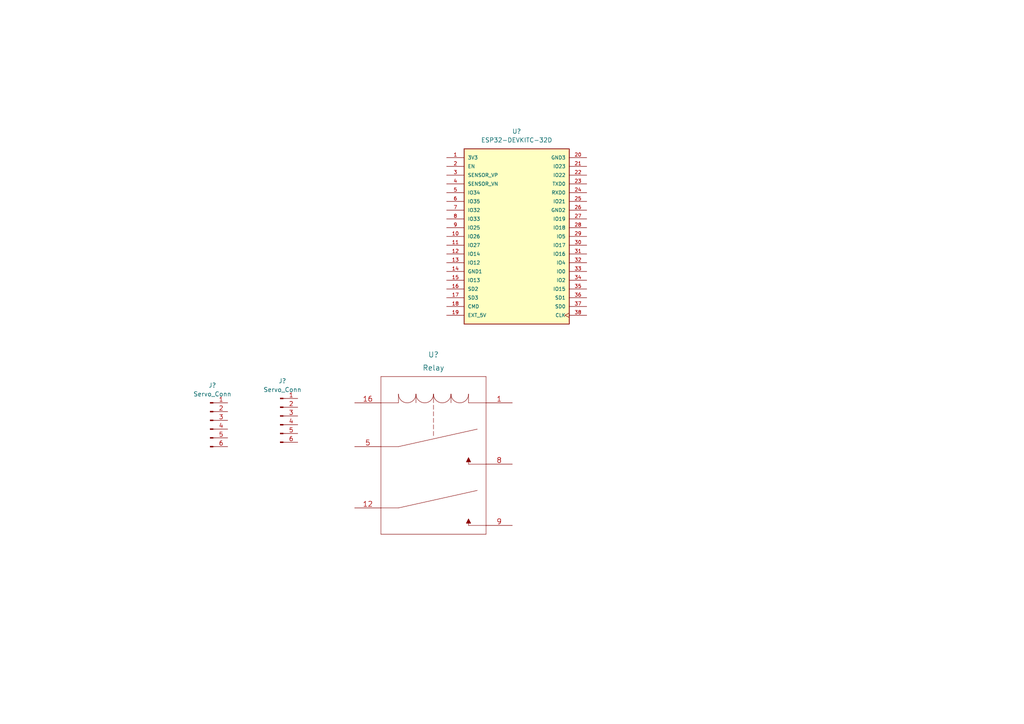
<source format=kicad_sch>
(kicad_sch (version 20211123) (generator eeschema)
  (paper "A4")
  (lib_symbols
    (symbol "Connector:Conn_01x06_Male" (pin_names (offset 1.016) hide)
      (property "Reference" "J" (at 0 7.62 0))
      (property "Value" "Conn_01x06_Male" (at 0 -10.16 0))
      (symbol "Conn_01x06_Male_1_1"
        (polyline (pts (xy 1.27 -7.62) (xy 0.8636 -7.62)) (stroke (width 0.1524)))
        (polyline (pts (xy 1.27 -5.08) (xy 0.8636 -5.08)) (stroke (width 0.1524)))
        (polyline (pts (xy 1.27 -2.54) (xy 0.8636 -2.54)) (stroke (width 0.1524)))
        (polyline (pts (xy 1.27 0) (xy 0.8636 0)) (stroke (width 0.1524)))
        (polyline (pts (xy 1.27 2.54) (xy 0.8636 2.54)) (stroke (width 0.1524)))
        (polyline (pts (xy 1.27 5.08) (xy 0.8636 5.08)) (stroke (width 0.1524)))
        (rectangle (start 0.8636 -7.493) (end 0 -7.747) (stroke (width 0.1524)) (fill (type outline)))
        (rectangle (start 0.8636 -4.953) (end 0 -5.207) (stroke (width 0.1524)) (fill (type outline)))
        (rectangle (start 0.8636 -2.413) (end 0 -2.667) (stroke (width 0.1524)) (fill (type outline)))
        (rectangle (start 0.8636 0.127) (end 0 -0.127) (stroke (width 0.1524)) (fill (type outline)))
        (rectangle (start 0.8636 2.667) (end 0 2.413) (stroke (width 0.1524)) (fill (type outline)))
        (rectangle (start 0.8636 5.207) (end 0 4.953) (stroke (width 0.1524)) (fill (type outline)))
        (pin passive line (at 5.08 5.08 180) (length 3.81) (name "Pin_1") (number "1"))
        (pin passive line (at 5.08 2.54 180) (length 3.81) (name "Pin_2") (number "2"))
        (pin passive line (at 5.08 0 180) (length 3.81) (name "Pin_3") (number "3"))
        (pin passive line (at 5.08 -2.54 180) (length 3.81) (name "Pin_4") (number "4"))
        (pin passive line (at 5.08 -5.08 180) (length 3.81) (name "Pin_5") (number "5"))
        (pin passive line (at 5.08 -7.62 180) (length 3.81) (name "Pin_6") (number "6"))
      )
    )
    (symbol "Ellie_ESP:ESP32-DEVKITC-32D" (pin_names (offset 1.016))
      (property "Reference" "U" (at -15.2654 26.0604 0))
      (property "Value" "ESP32-DEVKITC-32D" (at -15.2654 -27.9654 0))
      (symbol "ESP32-DEVKITC-32D_0_0"
        (rectangle (start -15.24 -25.4) (end 15.24 25.4) (stroke (width 0.254)) (fill (type background)))
        (pin power_in line (at -20.32 22.86 0) (length 5.08) (name "3V3") (number "1"))
        (pin bidirectional line (at -20.32 0 0) (length 5.08) (name "IO26") (number "10"))
        (pin bidirectional line (at -20.32 -2.54 0) (length 5.08) (name "IO27") (number "11"))
        (pin bidirectional line (at -20.32 -5.08 0) (length 5.08) (name "IO14") (number "12"))
        (pin bidirectional line (at -20.32 -7.62 0) (length 5.08) (name "IO12") (number "13"))
        (pin power_in line (at -20.32 -10.16 0) (length 5.08) (name "GND1") (number "14"))
        (pin bidirectional line (at -20.32 -12.7 0) (length 5.08) (name "IO13") (number "15"))
        (pin bidirectional line (at -20.32 -15.24 0) (length 5.08) (name "SD2") (number "16"))
        (pin bidirectional line (at -20.32 -17.78 0) (length 5.08) (name "SD3") (number "17"))
        (pin bidirectional line (at -20.32 -20.32 0) (length 5.08) (name "CMD") (number "18"))
        (pin power_in line (at -20.32 -22.86 0) (length 5.08) (name "EXT_5V") (number "19"))
        (pin input line (at -20.32 20.32 0) (length 5.08) (name "EN") (number "2"))
        (pin power_in line (at 20.32 22.86 180) (length 5.08) (name "GND3") (number "20"))
        (pin bidirectional line (at 20.32 20.32 180) (length 5.08) (name "IO23") (number "21"))
        (pin bidirectional line (at 20.32 17.78 180) (length 5.08) (name "IO22") (number "22"))
        (pin output line (at 20.32 15.24 180) (length 5.08) (name "TXD0") (number "23"))
        (pin input line (at 20.32 12.7 180) (length 5.08) (name "RXD0") (number "24"))
        (pin bidirectional line (at 20.32 10.16 180) (length 5.08) (name "IO21") (number "25"))
        (pin power_in line (at 20.32 7.62 180) (length 5.08) (name "GND2") (number "26"))
        (pin bidirectional line (at 20.32 5.08 180) (length 5.08) (name "IO19") (number "27"))
        (pin bidirectional line (at 20.32 2.54 180) (length 5.08) (name "IO18") (number "28"))
        (pin bidirectional line (at 20.32 0 180) (length 5.08) (name "IO5") (number "29"))
        (pin input line (at -20.32 17.78 0) (length 5.08) (name "SENSOR_VP") (number "3"))
        (pin bidirectional line (at 20.32 -2.54 180) (length 5.08) (name "IO17") (number "30"))
        (pin bidirectional line (at 20.32 -5.08 180) (length 5.08) (name "IO16") (number "31"))
        (pin bidirectional line (at 20.32 -7.62 180) (length 5.08) (name "IO4") (number "32"))
        (pin bidirectional line (at 20.32 -10.16 180) (length 5.08) (name "IO0") (number "33"))
        (pin bidirectional line (at 20.32 -12.7 180) (length 5.08) (name "IO2") (number "34"))
        (pin bidirectional line (at 20.32 -15.24 180) (length 5.08) (name "IO15") (number "35"))
        (pin bidirectional line (at 20.32 -17.78 180) (length 5.08) (name "SD1") (number "36"))
        (pin bidirectional line (at 20.32 -20.32 180) (length 5.08) (name "SD0") (number "37"))
        (pin input clock (at 20.32 -22.86 180) (length 5.08) (name "CLK") (number "38"))
        (pin input line (at -20.32 15.24 0) (length 5.08) (name "SENSOR_VN") (number "4"))
        (pin bidirectional line (at -20.32 12.7 0) (length 5.08) (name "IO34") (number "5"))
        (pin bidirectional line (at -20.32 10.16 0) (length 5.08) (name "IO35") (number "6"))
        (pin bidirectional line (at -20.32 7.62 0) (length 5.08) (name "IO32") (number "7"))
        (pin bidirectional line (at -20.32 5.08 0) (length 5.08) (name "IO33") (number "8"))
        (pin bidirectional line (at -20.32 2.54 0) (length 5.08) (name "IO25") (number "9"))
      )
    )
    (symbol "ellie_relay_new:DSP2A-DC12V" (pin_names (offset -0.254) hide)
      (property "Reference" "U" (at 22.86 12.7 0))
      (property "Value" "DSP2A-DC12V" (at 22.86 10.16 0))
      (symbol "DSP2A-DC12V_1_1"
        (polyline (pts (xy 7.62 -38.1) (xy 38.1 -38.1)) (stroke (width 0.127)))
        (polyline (pts (xy 7.62 7.62) (xy 7.62 -38.1)) (stroke (width 0.127)))
        (polyline (pts (xy 12.7 -30.48) (xy 7.62 -30.48)) (stroke (width 0.127)))
        (polyline (pts (xy 12.7 -30.48) (xy 35.56 -25.4)) (stroke (width 0.127)))
        (polyline (pts (xy 12.7 -12.7) (xy 7.62 -12.7)) (stroke (width 0.127)))
        (polyline (pts (xy 12.7 -12.7) (xy 35.56 -7.62)) (stroke (width 0.127)))
        (polyline (pts (xy 12.7 0) (xy 7.62 0)) (stroke (width 0.127)))
        (polyline (pts (xy 12.7 2.54) (xy 12.7 0)) (stroke (width 0.127)))
        (polyline (pts (xy 17.78 2.54) (xy 17.78 0)) (stroke (width 0.127)))
        (polyline (pts (xy 22.86 -8.255) (xy 22.86 -9.525)) (stroke (width 0.127)))
        (polyline (pts (xy 22.86 -6.35) (xy 22.86 -7.62)) (stroke (width 0.127)))
        (polyline (pts (xy 22.86 -4.445) (xy 22.86 -5.715)) (stroke (width 0.127)))
        (polyline (pts (xy 22.86 -2.54) (xy 22.86 -3.81)) (stroke (width 0.127)))
        (polyline (pts (xy 22.86 -1.905) (xy 22.86 -0.635)) (stroke (width 0.127)))
        (polyline (pts (xy 22.86 2.54) (xy 22.86 0)) (stroke (width 0.127)))
        (polyline (pts (xy 27.94 2.54) (xy 27.94 0)) (stroke (width 0.127)))
        (polyline (pts (xy 33.02 -35.56) (xy 33.02 -34.29)) (stroke (width 0.127)))
        (polyline (pts (xy 33.02 -17.78) (xy 33.02 -16.51)) (stroke (width 0.127)))
        (polyline (pts (xy 33.02 0) (xy 38.1 0)) (stroke (width 0.127)))
        (polyline (pts (xy 33.02 2.54) (xy 33.02 0)) (stroke (width 0.127)))
        (polyline (pts (xy 38.1 -38.1) (xy 38.1 7.62)) (stroke (width 0.127)))
        (polyline (pts (xy 38.1 -35.56) (xy 33.02 -35.56)) (stroke (width 0.127)))
        (polyline (pts (xy 38.1 -17.78) (xy 33.02 -17.78)) (stroke (width 0.127)))
        (polyline (pts (xy 38.1 7.62) (xy 7.62 7.62)) (stroke (width 0.127)))
        (polyline (pts (xy 33.655 -34.925) (xy 32.385 -34.925) (xy 33.02 -33.655) (xy 33.655 -34.925)) (fill (type outline)))
        (polyline (pts (xy 33.655 -17.145) (xy 32.385 -17.145) (xy 33.02 -15.875) (xy 33.655 -17.145)) (fill (type outline)))
        (arc (start 12.7 2.54) (mid 15.24 0) (end 17.78 2.54) (stroke (width 0.127)))
        (arc (start 17.78 2.54) (mid 20.32 0) (end 22.86 2.54) (stroke (width 0.127)))
        (arc (start 22.86 2.54) (mid 25.4 0) (end 27.94 2.54) (stroke (width 0.127)))
        (arc (start 27.94 2.54) (mid 30.48 0) (end 33.02 2.54) (stroke (width 0.127)))
        (pin unspecified line (at 45.72 0 180) (length 7.62) (name "1") (number "1"))
        (pin unspecified line (at 0 -30.48 0) (length 7.62) (name "12") (number "12"))
        (pin unspecified line (at 0 0 0) (length 7.62) (name "16") (number "16"))
        (pin unspecified line (at 0 -12.7 0) (length 7.62) (name "5") (number "5"))
        (pin unspecified line (at 45.72 -17.78 180) (length 7.62) (name "8") (number "8"))
        (pin unspecified line (at 45.72 -35.56 180) (length 7.62) (name "9") (number "9"))
      )
    )
  )
  (symbol (lib_id "Ellie_ESP:ESP32-DEVKITC-32D") (at 149.86 68.58 0) (unit 1)
    (property "Reference" "U?" (at 149.86 38.1 0))
    (property "Value" "ESP32-DEVKITC-32D" (at 149.86 40.64 0))
    (property "Footprint" "MODULE_ESP32-DEVKITC-32D" (effects hide))
    (property "MANUFACTURER" "Espressif Systems" (effects hide))
    (property "PARTREV" "4" (effects hide))
  )
  (symbol (lib_id "ellie_relay_new:DSP2A-DC12V") (at 102.87 116.84 0) (unit 1)
    (property "Reference" "U?" (at 125.73 102.87 0) (effects (font (size 1.524 1.524))))
    (property "Value" "Relay" (at 125.73 106.68 0) (effects (font (size 1.524 1.524))))
    (property "Footprint" "RELAY_DSP2A_PAN" (effects hide))
  )
  (symbol (lib_id "Connector:Conn_01x06_Male") (at 81.28 120.65 0) (unit 1)
    (property "Reference" "J?" (at 81.915 110.49 0))
    (property "Value" "Servo_Conn" (at 81.915 113.03 0))
  )
  (symbol (lib_id "Connector:Conn_01x06_Male") (at 60.96 121.92 0) (unit 1)
    (property "Reference" "J?" (at 61.595 111.76 0))
    (property "Value" "Servo_Conn" (at 61.595 114.3 0))
  )
)
</source>
